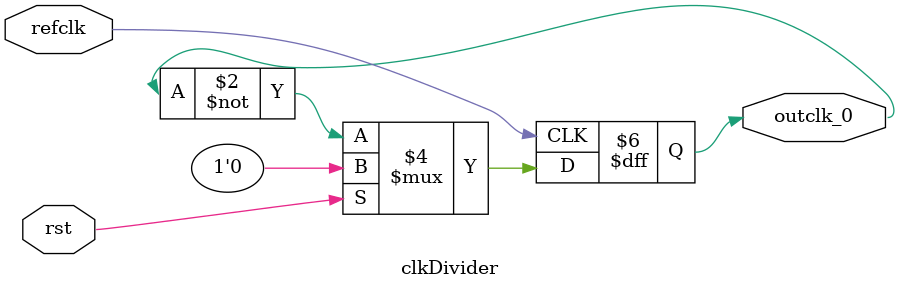
<source format=v>
module clkDivider(
        input refclk,
        input rst,
        output reg outclk_0);

always @ (posedge refclk) begin 
        if(rst) outclk_0 <= 0; 
        else begin 
        outclk_0 = ~(outclk_0);
            end 
        end 
endmodule
</source>
